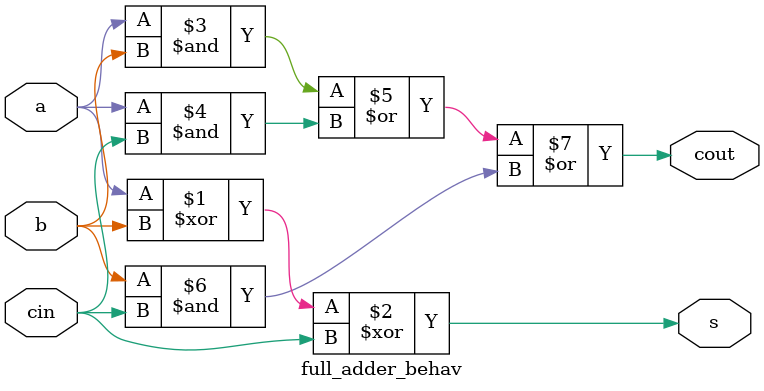
<source format=v>
`timescale 1ns / 1ps


module full_adder_behav(a, b, cin, s, cout);
    input a, b, cin;
    output s, cout;
    assign s = a ^ b ^ cin;
    assign cout = a&b | a&cin | b&cin;
endmodule

</source>
